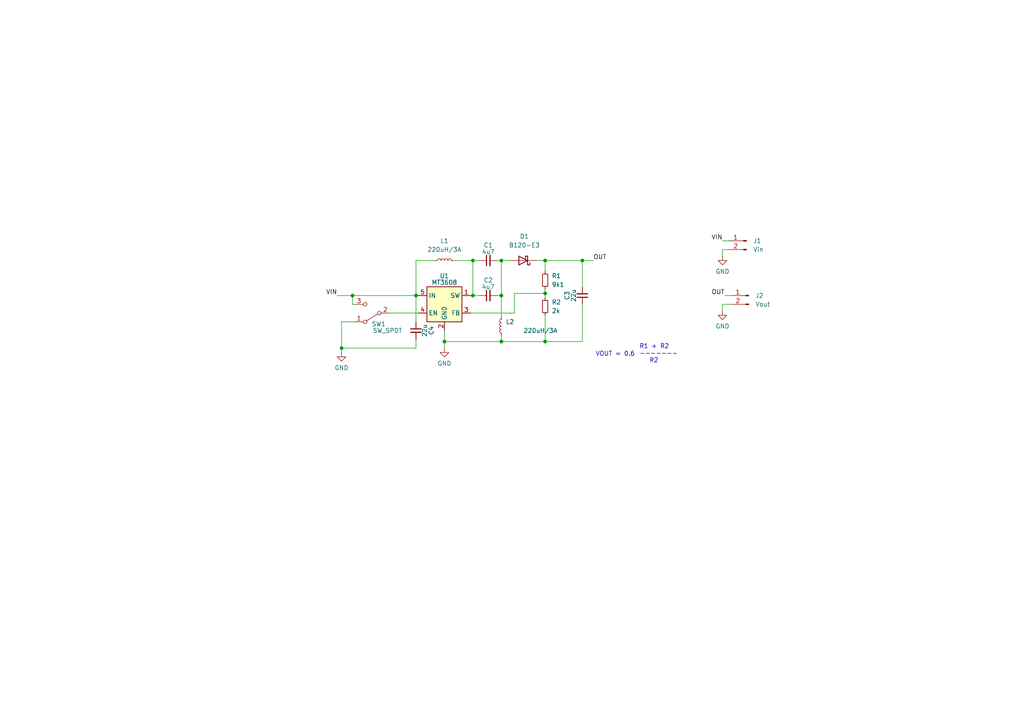
<source format=kicad_sch>
(kicad_sch (version 20211123) (generator eeschema)
  (paper "A4")
  (lib_symbols
    (symbol "Connector:Conn_01x02_Male" (pin_names (offset 1.016) hide)
      (property "Reference" "J" (at 0 2.54 0))
      (property "Value" "Conn_01x02_Male" (at 0 -5.08 0))
      (symbol "Conn_01x02_Male_1_1"
        (polyline (pts (xy 1.27 -2.54) (xy 0.8636 -2.54)) (stroke (width 0.1524)))
        (polyline (pts (xy 1.27 0) (xy 0.8636 0)) (stroke (width 0.1524)))
        (rectangle (start 0.8636 -2.413) (end 0 -2.667) (stroke (width 0.1524)) (fill (type outline)))
        (rectangle (start 0.8636 0.127) (end 0 -0.127) (stroke (width 0.1524)) (fill (type outline)))
        (pin passive line (at 5.08 0 180) (length 3.81) (name "Pin_1") (number "1"))
        (pin passive line (at 5.08 -2.54 180) (length 3.81) (name "Pin_2") (number "2"))
      )
    )
    (symbol "Device:C_Small" (pin_numbers hide) (pin_names (offset 0.254) hide)
      (property "Reference" "C" (at 0.254 1.778 0))
      (property "Value" "C_Small" (at 0.254 -2.032 0))
      (symbol "C_Small_0_1"
        (polyline (pts (xy -1.524 -0.508) (xy 1.524 -0.508)) (stroke (width 0.3302)))
        (polyline (pts (xy -1.524 0.508) (xy 1.524 0.508)) (stroke (width 0.3048)))
      )
      (symbol "C_Small_1_1"
        (pin passive line (at 0 2.54 270) (length 2.032) (name "~") (number "1"))
        (pin passive line (at 0 -2.54 90) (length 2.032) (name "~") (number "2"))
      )
    )
    (symbol "Device:L_Small" (pin_numbers hide) (pin_names (offset 0.254) hide)
      (property "Reference" "L" (at 0.762 1.016 0))
      (property "Value" "L_Small" (at 0.762 -1.016 0))
      (symbol "L_Small_0_1"
        (arc (start 0 -2.032) (mid 0.508 -1.524) (end 0 -1.016))
        (arc (start 0 -1.016) (mid 0.508 -0.508) (end 0 0))
        (arc (start 0 0) (mid 0.508 0.508) (end 0 1.016))
        (arc (start 0 1.016) (mid 0.508 1.524) (end 0 2.032))
      )
      (symbol "L_Small_1_1"
        (pin passive line (at 0 2.54 270) (length 0.508) (name "~") (number "1"))
        (pin passive line (at 0 -2.54 90) (length 0.508) (name "~") (number "2"))
      )
    )
    (symbol "Device:R_Small" (pin_numbers hide) (pin_names (offset 0.254) hide)
      (property "Reference" "R" (at 0.762 0.508 0))
      (property "Value" "R_Small" (at 0.762 -1.016 0))
      (symbol "R_Small_0_1"
        (rectangle (start -0.762 1.778) (end 0.762 -1.778) (stroke (width 0.2032)))
      )
      (symbol "R_Small_1_1"
        (pin passive line (at 0 2.54 270) (length 0.762) (name "~") (number "1"))
        (pin passive line (at 0 -2.54 90) (length 0.762) (name "~") (number "2"))
      )
    )
    (symbol "Diode:B120-E3" (pin_numbers hide) (pin_names hide)
      (property "Reference" "D" (at 0 2.54 0))
      (property "Value" "B120-E3" (at 0 -2.54 0))
      (symbol "B120-E3_0_1"
        (polyline (pts (xy 1.27 0) (xy -1.27 0)))
        (polyline (pts (xy 1.27 1.27) (xy 1.27 -1.27) (xy -1.27 0) (xy 1.27 1.27)) (stroke (width 0.254)))
        (polyline (pts (xy -1.905 0.635) (xy -1.905 1.27) (xy -1.27 1.27) (xy -1.27 -1.27) (xy -0.635 -1.27) (xy -0.635 -0.635)) (stroke (width 0.254)))
      )
      (symbol "B120-E3_1_1"
        (pin passive line (at -3.81 0 0) (length 2.54) (name "K") (number "1"))
        (pin passive line (at 3.81 0 180) (length 2.54) (name "A") (number "2"))
      )
    )
    (symbol "Regulator_Switching:MT3608"
      (property "Reference" "U" (at -2.54 8.89 0))
      (property "Value" "MT3608" (at -3.81 6.35 0))
      (symbol "MT3608_0_1"
        (rectangle (start -5.08 5.08) (end 5.08 -5.08) (stroke (width 0.254)) (fill (type background)))
      )
      (symbol "MT3608_1_1"
        (pin passive line (at 7.62 2.54 180) (length 2.54) (name "SW") (number "1"))
        (pin power_in line (at 0 -7.62 90) (length 2.54) (name "GND") (number "2"))
        (pin input line (at 7.62 -2.54 180) (length 2.54) (name "FB") (number "3"))
        (pin input line (at -7.62 -2.54 0) (length 2.54) (name "EN") (number "4"))
        (pin power_in line (at -7.62 2.54 0) (length 2.54) (name "IN") (number "5"))
        (pin no_connect line (at 5.08 0 180) (length 2.54) hide (name "NC") (number "6"))
      )
    )
    (symbol "Switch:SW_SPDT" (pin_names (offset 0) hide)
      (property "Reference" "SW" (at 0 4.318 0))
      (property "Value" "SW_SPDT" (at 0 -5.08 0))
      (symbol "SW_SPDT_0_0"
        (circle (center -2.032 0) (radius 0.508))
        (circle (center 2.032 -2.54) (radius 0.508))
      )
      (symbol "SW_SPDT_0_1"
        (polyline (pts (xy -1.524 0.254) (xy 1.651 2.286)))
        (circle (center 2.032 2.54) (radius 0.508))
      )
      (symbol "SW_SPDT_1_1"
        (pin passive line (at 5.08 2.54 180) (length 2.54) (name "A") (number "1"))
        (pin passive line (at -5.08 0 0) (length 2.54) (name "B") (number "2"))
        (pin passive line (at 5.08 -2.54 180) (length 2.54) (name "C") (number "3"))
      )
    )
    (symbol "power:GND" (power) (pin_names (offset 0))
      (property "Value" "GND" (at 0 -3.81 0))
      (symbol "GND_0_1"
        (polyline (pts (xy 0 0) (xy 0 -1.27) (xy 1.27 -1.27) (xy 0 -2.54) (xy -1.27 -1.27) (xy 0 -1.27)))
      )
      (symbol "GND_1_1"
        (pin power_in line (at 0 0 270) (length 0) hide (name "GND") (number "1"))
      )
    )
  )
  (junction (at 145.415 75.565))
  (junction (at 99.06 100.965))
  (junction (at 158.115 85.09))
  (junction (at 168.91 75.565))
  (junction (at 128.905 99.06))
  (junction (at 137.16 75.565))
  (junction (at 120.65 85.725))
  (junction (at 158.115 99.06))
  (junction (at 158.115 75.565))
  (junction (at 145.415 85.725))
  (junction (at 145.415 99.06))
  (junction (at 137.16 85.725))
  (junction (at 102.235 85.725))
  (wire (pts (xy 102.87 88.265) (xy 102.235 88.265)))
  (wire (pts (xy 99.06 93.345) (xy 102.87 93.345)))
  (wire (pts (xy 113.03 90.805) (xy 121.285 90.805)))
  (wire (pts (xy 209.55 74.295) (xy 209.55 72.39)))
  (wire (pts (xy 145.415 99.06) (xy 158.115 99.06)))
  (wire (pts (xy 168.91 75.565) (xy 172.085 75.565)))
  (wire (pts (xy 137.16 85.725) (xy 139.065 85.725)))
  (wire (pts (xy 145.415 75.565) (xy 147.955 75.565)))
  (wire (pts (xy 102.235 85.725) (xy 120.65 85.725)))
  (wire (pts (xy 149.225 90.805) (xy 149.225 85.09)))
  (wire (pts (xy 210.185 85.725) (xy 212.09 85.725)))
  (wire (pts (xy 168.91 88.265) (xy 168.91 99.06)))
  (wire (pts (xy 145.415 85.725) (xy 145.415 92.075)))
  (wire (pts (xy 120.65 98.425) (xy 120.65 100.965)))
  (wire (pts (xy 136.525 85.725) (xy 137.16 85.725)))
  (wire (pts (xy 149.225 85.09) (xy 158.115 85.09)))
  (wire (pts (xy 155.575 75.565) (xy 158.115 75.565)))
  (wire (pts (xy 137.16 75.565) (xy 139.065 75.565)))
  (wire (pts (xy 209.55 72.39) (xy 211.455 72.39)))
  (wire (pts (xy 128.905 95.885) (xy 128.905 99.06)))
  (wire (pts (xy 120.65 85.725) (xy 121.285 85.725)))
  (wire (pts (xy 102.235 88.265) (xy 102.235 85.725)))
  (wire (pts (xy 158.115 78.74) (xy 158.115 75.565)))
  (wire (pts (xy 126.365 75.565) (xy 120.65 75.565)))
  (wire (pts (xy 99.06 102.235) (xy 99.06 100.965)))
  (wire (pts (xy 128.905 99.06) (xy 145.415 99.06)))
  (wire (pts (xy 158.115 99.06) (xy 158.115 91.44)))
  (wire (pts (xy 120.65 75.565) (xy 120.65 85.725)))
  (wire (pts (xy 145.415 85.725) (xy 145.415 75.565)))
  (wire (pts (xy 144.145 85.725) (xy 145.415 85.725)))
  (wire (pts (xy 99.06 100.965) (xy 99.06 93.345)))
  (wire (pts (xy 209.55 69.85) (xy 211.455 69.85)))
  (wire (pts (xy 137.16 75.565) (xy 137.16 85.725)))
  (wire (pts (xy 99.06 100.965) (xy 120.65 100.965)))
  (wire (pts (xy 145.415 97.155) (xy 145.415 99.06)))
  (wire (pts (xy 144.145 75.565) (xy 145.415 75.565)))
  (wire (pts (xy 168.91 99.06) (xy 158.115 99.06)))
  (wire (pts (xy 136.525 90.805) (xy 149.225 90.805)))
  (wire (pts (xy 97.79 85.725) (xy 102.235 85.725)))
  (wire (pts (xy 131.445 75.565) (xy 137.16 75.565)))
  (wire (pts (xy 168.91 75.565) (xy 168.91 83.185)))
  (wire (pts (xy 128.905 99.06) (xy 128.905 100.965)))
  (wire (pts (xy 120.65 85.725) (xy 120.65 93.345)))
  (wire (pts (xy 158.115 86.36) (xy 158.115 85.09)))
  (wire (pts (xy 158.115 85.09) (xy 158.115 83.82)))
  (wire (pts (xy 209.55 90.17) (xy 209.55 88.265)))
  (wire (pts (xy 209.55 88.265) (xy 212.09 88.265)))
  (wire (pts (xy 158.115 75.565) (xy 168.91 75.565)))
  (text "R1 + R2\n-------\n   R2" (at 185.42 105.41 0) (effects (font (size 1.27 1.27)) (justify left bottom)))
  (text "VOUT = 0.6 " (at 172.72 103.505 0) (effects (font (size 1.27 1.27)) (justify left bottom)))
  (label "OUT" (at 172.085 75.565 0))
  (label "VIN" (at 209.55 69.85 180))
  (label "VIN" (at 97.79 85.725 180))
  (label "OUT" (at 210.185 85.725 180))
  (symbol (lib_id "Device:L_Small") (at 145.415 94.615 180) (unit 1)
    (property "Reference" "L2" (at 146.685 93.3449 0) (effects (justify right)))
    (property "Value" "220uH/3A" (at 151.765 95.8849 0) (effects (justify right)))
    (property "Footprint" "Inductor_SMD:L_Bourns_SRP7028A_7.3x6.6mm" (effects hide))
  )
  (symbol (lib_id "Regulator_Switching:MT3608") (at 128.905 88.265 0) (unit 1)
    (property "Reference" "U1" (at 128.905 80.01 0))
    (property "Value" "MT3608" (at 128.905 81.915 0))
    (property "Footprint" "Package_TO_SOT_SMD:SOT-23-6" (effects hide))
    (property "Datasheet" "https://www.olimex.com/Products/Breadboarding/BB-PWR-3608/resources/MT3608.pdf" (effects hide))
  )
  (symbol (lib_id "Device:L_Small") (at 128.905 75.565 90) (unit 1)
    (property "Reference" "L1" (at 128.905 69.85 90))
    (property "Value" "220uH/3A" (at 128.905 72.39 90))
    (property "Footprint" "Inductor_SMD:L_Bourns_SRP7028A_7.3x6.6mm" (effects hide))
  )
  (symbol (lib_id "power:GND") (at 209.55 90.17 0) (unit 1)
    (property "Reference" "#PWR0102" (effects hide))
    (property "Value" "GND" (at 209.55 94.615 0))
  )
  (symbol (lib_id "power:GND") (at 99.06 102.235 0) (unit 1)
    (property "Reference" "#PWR01" (effects hide))
    (property "Value" "GND" (at 99.06 106.68 0))
  )
  (symbol (lib_id "power:GND") (at 209.55 74.295 0) (unit 1)
    (property "Reference" "#PWR0101" (effects hide))
    (property "Value" "GND" (at 209.55 78.74 0))
  )
  (symbol (lib_id "Device:C_Small") (at 168.91 85.725 180) (unit 1)
    (property "Reference" "C3" (at 164.465 85.725 90))
    (property "Value" "22u" (at 166.37 85.725 90))
    (property "Footprint" "Capacitor_SMD:C_1206_3216Metric_Pad1.33x1.80mm_HandSolder" (effects hide))
  )
  (symbol (lib_id "Device:C_Small") (at 141.605 75.565 90) (unit 1)
    (property "Reference" "C1" (at 141.605 71.12 90))
    (property "Value" "4u7" (at 141.605 73.025 90))
    (property "Footprint" "Capacitor_SMD:C_0805_2012Metric_Pad1.18x1.45mm_HandSolder" (effects hide))
  )
  (symbol (lib_id "Connector:Conn_01x02_Male") (at 216.535 69.85 0) (mirror y) (unit 1)
    (property "Reference" "J1" (at 218.44 69.8499 0) (effects (justify right)))
    (property "Value" "Vin" (at 218.44 72.3899 0) (effects (justify right)))
    (property "Footprint" "Connector_PinSocket_2.54mm:PinSocket_1x02_P2.54mm_Vertical" (effects hide))
  )
  (symbol (lib_id "Switch:SW_SPDT") (at 107.95 90.805 180) (unit 1)
    (property "Reference" "SW1" (at 109.855 93.98 0))
    (property "Value" "SW_SPDT" (at 112.395 95.885 0))
    (property "Footprint" "Connector_PinSocket_2.54mm:PinSocket_1x03_P2.54mm_Vertical" (effects hide))
  )
  (symbol (lib_id "Diode:B120-E3") (at 151.765 75.565 180) (unit 1)
    (property "Reference" "D1" (at 152.0825 68.58 0))
    (property "Value" "B120-E3" (at 152.0825 71.12 0))
    (property "Footprint" "Diode_SMD:D_SMA" (effects hide))
    (property "Datasheet" "http://www.vishay.com/docs/88946/b120.pdf" (effects hide))
  )
  (symbol (lib_id "Connector:Conn_01x02_Male") (at 217.17 85.725 0) (mirror y) (unit 1)
    (property "Reference" "J2" (at 219.075 85.7249 0) (effects (justify right)))
    (property "Value" "Vout" (at 219.075 88.2649 0) (effects (justify right)))
    (property "Footprint" "Connector_PinSocket_2.54mm:PinSocket_1x02_P2.54mm_Vertical" (effects hide))
  )
  (symbol (lib_id "Device:R_Small") (at 158.115 81.28 0) (unit 1)
    (property "Reference" "R1" (at 160.02 80.0099 0) (effects (justify left)))
    (property "Value" "9k1" (at 160.02 82.5499 0) (effects (justify left)))
    (property "Footprint" "Resistor_SMD:R_0805_2012Metric_Pad1.20x1.40mm_HandSolder" (effects hide))
  )
  (symbol (lib_id "Device:R_Small") (at 158.115 88.9 0) (unit 1)
    (property "Reference" "R2" (at 160.02 87.6299 0) (effects (justify left)))
    (property "Value" "2k" (at 160.02 90.1699 0) (effects (justify left)))
    (property "Footprint" "Resistor_SMD:R_0805_2012Metric_Pad1.20x1.40mm_HandSolder" (effects hide))
  )
  (symbol (lib_id "Device:C_Small") (at 120.65 95.885 0) (unit 1)
    (property "Reference" "C4" (at 125.095 95.885 90))
    (property "Value" "22u" (at 123.19 95.885 90))
    (property "Footprint" "Capacitor_SMD:C_1206_3216Metric_Pad1.33x1.80mm_HandSolder" (effects hide))
  )
  (symbol (lib_id "power:GND") (at 128.905 100.965 0) (unit 1)
    (property "Reference" "#PWR02" (effects hide))
    (property "Value" "GND" (at 128.905 105.41 0))
  )
  (symbol (lib_id "Device:C_Small") (at 141.605 85.725 90) (unit 1)
    (property "Reference" "C2" (at 141.605 81.28 90))
    (property "Value" "4u7" (at 141.605 83.185 90))
    (property "Footprint" "Capacitor_SMD:C_0805_2012Metric_Pad1.18x1.45mm_HandSolder" (effects hide))
  )
)
</source>
